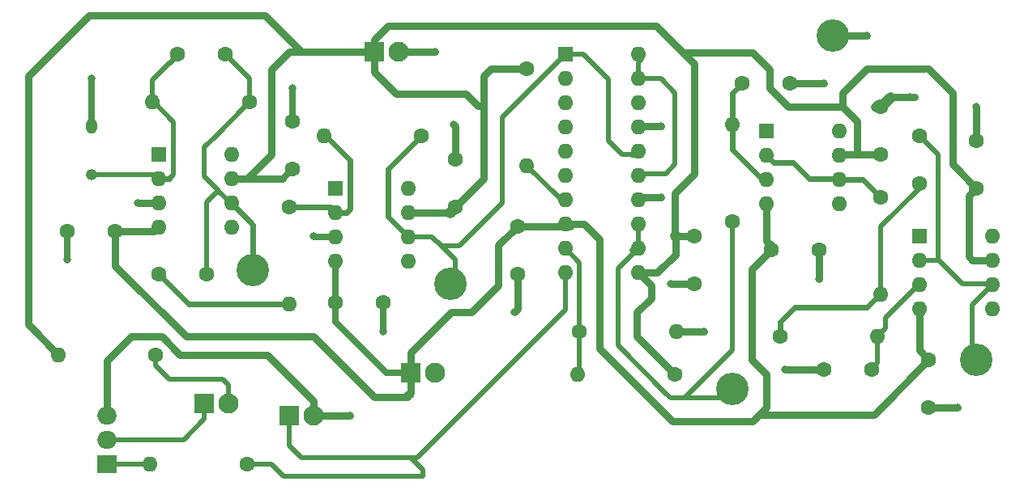
<source format=gtl>
G04 #@! TF.GenerationSoftware,KiCad,Pcbnew,5.1.4-e60b266~84~ubuntu18.04.1*
G04 #@! TF.CreationDate,2019-10-24T10:42:12-04:00*
G04 #@! TF.ProjectId,finalForLayout,66696e61-6c46-46f7-924c-61796f75742e,rev?*
G04 #@! TF.SameCoordinates,Original*
G04 #@! TF.FileFunction,Copper,L1,Top*
G04 #@! TF.FilePolarity,Positive*
%FSLAX46Y46*%
G04 Gerber Fmt 4.6, Leading zero omitted, Abs format (unit mm)*
G04 Created by KiCad (PCBNEW 5.1.4-e60b266~84~ubuntu18.04.1) date 2019-10-24 10:42:12*
%MOMM*%
%LPD*%
G04 APERTURE LIST*
%ADD10R,1.600000X1.600000*%
%ADD11O,1.600000X1.600000*%
%ADD12C,1.600000*%
%ADD13C,3.400000*%
%ADD14O,1.200000X1.600000*%
%ADD15O,1.200000X1.200000*%
%ADD16R,2.000000X1.905000*%
%ADD17O,2.000000X1.905000*%
%ADD18R,2.100000X2.100000*%
%ADD19C,2.100000*%
%ADD20C,0.800000*%
%ADD21C,0.600000*%
%ADD22C,1.100000*%
%ADD23C,0.700000*%
%ADD24C,0.800000*%
%ADD25C,0.500000*%
G04 APERTURE END LIST*
D10*
X128000000Y-74000000D03*
D11*
X135620000Y-81620000D03*
X128000000Y-76540000D03*
X135620000Y-79080000D03*
X128000000Y-79080000D03*
X135620000Y-76540000D03*
X128000000Y-81620000D03*
X135620000Y-74000000D03*
D12*
X123190000Y-76000000D03*
D11*
X123190000Y-86160000D03*
D12*
X137000000Y-68500000D03*
D11*
X126840000Y-68500000D03*
D12*
X163500000Y-93500000D03*
D11*
X153340000Y-93500000D03*
X163660000Y-89000000D03*
D12*
X153500000Y-89000000D03*
D11*
X148000000Y-71660000D03*
D12*
X148000000Y-61500000D03*
X169500000Y-77500000D03*
D11*
X169500000Y-67340000D03*
X185000000Y-85160000D03*
D12*
X185000000Y-75000000D03*
X174500000Y-89500000D03*
D11*
X184660000Y-89500000D03*
D13*
X195000000Y-92000000D03*
X140000000Y-84000000D03*
X169500000Y-95000000D03*
D10*
X152000000Y-60000000D03*
D11*
X159620000Y-82860000D03*
X152000000Y-62540000D03*
X159620000Y-80320000D03*
X152000000Y-65080000D03*
X159620000Y-77780000D03*
X152000000Y-67620000D03*
X159620000Y-75240000D03*
X152000000Y-70160000D03*
X159620000Y-72700000D03*
X152000000Y-72700000D03*
X159620000Y-70160000D03*
X152000000Y-75240000D03*
X159620000Y-67620000D03*
X152000000Y-77780000D03*
X159620000Y-65080000D03*
X152000000Y-80320000D03*
X159620000Y-62540000D03*
X152000000Y-82860000D03*
X159620000Y-60000000D03*
X180620000Y-68000000D03*
X173000000Y-75620000D03*
X180620000Y-70540000D03*
X173000000Y-73080000D03*
X180620000Y-73080000D03*
X173000000Y-70540000D03*
X180620000Y-75620000D03*
D10*
X173000000Y-68000000D03*
D11*
X196620000Y-79000000D03*
X189000000Y-86620000D03*
X196620000Y-81540000D03*
X189000000Y-84080000D03*
X196620000Y-84080000D03*
X189000000Y-81540000D03*
X196620000Y-86620000D03*
D10*
X189000000Y-79000000D03*
D13*
X180000000Y-58000000D03*
D12*
X114500000Y-83000000D03*
X109500000Y-83000000D03*
X175500000Y-63000000D03*
X170500000Y-63000000D03*
X179000000Y-93000000D03*
X184000000Y-93000000D03*
X189000000Y-68500000D03*
X189000000Y-73500000D03*
X133000000Y-86000000D03*
X128000000Y-86000000D03*
X140500000Y-76000000D03*
X140500000Y-71000000D03*
X147000000Y-78000000D03*
X147000000Y-83000000D03*
X165500000Y-84000000D03*
X165500000Y-79000000D03*
X185000000Y-70500000D03*
X185000000Y-65500000D03*
X178500000Y-80500000D03*
X173500000Y-80500000D03*
X195000000Y-74000000D03*
X195000000Y-69000000D03*
X190000000Y-92000000D03*
X190000000Y-97000000D03*
X111500000Y-60000000D03*
X116500000Y-60000000D03*
X123500000Y-72000000D03*
X123500000Y-67000000D03*
X100000000Y-78500000D03*
X105000000Y-78500000D03*
D14*
X102500000Y-67500000D03*
D15*
X102500000Y-72580000D03*
D12*
X119000000Y-65000000D03*
D11*
X108840000Y-65000000D03*
D10*
X109500000Y-70500000D03*
D11*
X117120000Y-78120000D03*
X109500000Y-73040000D03*
X117120000Y-75580000D03*
X109500000Y-75580000D03*
X117120000Y-73040000D03*
X109500000Y-78120000D03*
X117120000Y-70500000D03*
D13*
X119380000Y-82550000D03*
D16*
X104140000Y-102870000D03*
D17*
X104140000Y-100330000D03*
X104140000Y-97790000D03*
D12*
X118745000Y-102870000D03*
D11*
X108585000Y-102870000D03*
X99060000Y-91440000D03*
D12*
X109220000Y-91440000D03*
D18*
X132080000Y-59690000D03*
D19*
X134620000Y-59690000D03*
X138430000Y-93345000D03*
D18*
X135890000Y-93345000D03*
D19*
X116840000Y-96520000D03*
D18*
X114300000Y-96520000D03*
X123190000Y-97790000D03*
D19*
X125730000Y-97790000D03*
D20*
X100000000Y-81500000D03*
X129540000Y-97790000D03*
X138430000Y-59690000D03*
X102500000Y-62500000D03*
X123500000Y-63500000D03*
X195000000Y-65500000D03*
X162000000Y-67500000D03*
X133000000Y-89000000D03*
X125730000Y-79000000D03*
X107315000Y-75565000D03*
X163000000Y-84000000D03*
X166500000Y-89000000D03*
X162000000Y-75000000D03*
X178500000Y-83500000D03*
X175000000Y-93000000D03*
X193000000Y-97000000D03*
X183500000Y-58000000D03*
X179000000Y-63000000D03*
X188000000Y-64500000D03*
X146685000Y-86995000D03*
X140335000Y-67310000D03*
D21*
X109500000Y-83000000D02*
X112660000Y-86160000D01*
X123190000Y-86160000D02*
X122120000Y-86160000D01*
X112660000Y-86160000D02*
X122120000Y-86160000D01*
X122120000Y-86160000D02*
X122500000Y-86160000D01*
D22*
X128000000Y-82000000D02*
X128000000Y-81500000D01*
D23*
X128000000Y-81620000D02*
X128000000Y-86000000D01*
X109000000Y-78500000D02*
X109500000Y-78000000D01*
D24*
X147000000Y-78000000D02*
X152500000Y-78000000D01*
X145000000Y-80000000D02*
X147000000Y-78000000D01*
X173000000Y-75620000D02*
X173000000Y-79500000D01*
X173000000Y-79500000D02*
X173500000Y-80000000D01*
X173000000Y-97000000D02*
X173000000Y-93500000D01*
X173000000Y-93500000D02*
X171500000Y-92000000D01*
X171500000Y-92000000D02*
X171500000Y-82500000D01*
X171500000Y-82500000D02*
X173500000Y-80500000D01*
X172250000Y-97750000D02*
X184250000Y-97750000D01*
X172250000Y-97750000D02*
X173000000Y-97000000D01*
X184250000Y-97750000D02*
X190000000Y-92000000D01*
X189000000Y-86620000D02*
X189000000Y-91000000D01*
X189000000Y-91000000D02*
X190000000Y-92000000D01*
X107500000Y-78500000D02*
X109000000Y-78500000D01*
X105000000Y-78500000D02*
X107500000Y-78500000D01*
D23*
X128000000Y-86000000D02*
X128000000Y-88000000D01*
D24*
X135890000Y-91195000D02*
X140090000Y-86995000D01*
X135890000Y-93345000D02*
X135890000Y-91195000D01*
X145000000Y-84194000D02*
X145000000Y-80000000D01*
X142199000Y-86995000D02*
X145000000Y-84194000D01*
X140090000Y-86995000D02*
X142199000Y-86995000D01*
D23*
X133345000Y-93345000D02*
X135890000Y-93345000D01*
X128585000Y-88585000D02*
X133345000Y-93345000D01*
X128000000Y-88000000D02*
X128585000Y-88585000D01*
D24*
X105000000Y-78500000D02*
X105000000Y-82140000D01*
X105000000Y-82140000D02*
X112395000Y-89535000D01*
X132080000Y-95885000D02*
X135500000Y-95885000D01*
X112395000Y-89535000D02*
X125730000Y-89535000D01*
X125730000Y-89535000D02*
X132080000Y-95885000D01*
D23*
X135500000Y-95885000D02*
X135500000Y-95640000D01*
D24*
X135890000Y-95495000D02*
X135890000Y-93345000D01*
X135745000Y-95640000D02*
X135890000Y-95495000D01*
D23*
X135500000Y-95640000D02*
X135745000Y-95640000D01*
D24*
X155575000Y-90805000D02*
X155575000Y-79375000D01*
X163195000Y-98425000D02*
X155575000Y-90805000D01*
X155575000Y-79375000D02*
X153980000Y-77780000D01*
X172250000Y-97750000D02*
X171575000Y-98425000D01*
X153980000Y-77780000D02*
X152000000Y-77780000D01*
X171575000Y-98425000D02*
X163195000Y-98425000D01*
D22*
X184500000Y-65483562D02*
X184508219Y-65491781D01*
D24*
X178500000Y-80500000D02*
X178500000Y-83500000D01*
D23*
X102500000Y-67500000D02*
X102500000Y-62500000D01*
D24*
X183500000Y-58000000D02*
X180000000Y-58000000D01*
D23*
X123500000Y-67000000D02*
X123500000Y-63500000D01*
X133000000Y-86000000D02*
X133000000Y-89000000D01*
D24*
X162000000Y-67500000D02*
X159500000Y-67500000D01*
X175500000Y-63000000D02*
X179000000Y-63000000D01*
X162000000Y-75000000D02*
X159500000Y-75000000D01*
D22*
X185000000Y-65500000D02*
X186000000Y-64500000D01*
D24*
X186000000Y-64500000D02*
X188500000Y-64500000D01*
X190000000Y-97000000D02*
X193000000Y-97000000D01*
X195000000Y-69000000D02*
X195000000Y-65500000D01*
X163660000Y-89000000D02*
X166500000Y-89000000D01*
X134620000Y-59690000D02*
X138430000Y-59690000D01*
D23*
X100000000Y-78500000D02*
X100000000Y-81500000D01*
D22*
X109485000Y-75565000D02*
X109500000Y-75580000D01*
D24*
X107315000Y-75565000D02*
X109485000Y-75565000D01*
X175000000Y-93000000D02*
X179000000Y-93000000D01*
X165500000Y-84000000D02*
X163000000Y-84000000D01*
D23*
X125810000Y-79080000D02*
X125730000Y-79000000D01*
X128000000Y-79080000D02*
X125810000Y-79080000D01*
D24*
X125730000Y-96305076D02*
X125730000Y-97790000D01*
X104140000Y-97790000D02*
X104140000Y-92075000D01*
X120864924Y-91440000D02*
X125730000Y-96305076D01*
X104140000Y-92075000D02*
X106680000Y-89535000D01*
X109855000Y-89535000D02*
X111760000Y-91440000D01*
X106680000Y-89535000D02*
X109855000Y-89535000D01*
X111760000Y-91440000D02*
X120864924Y-91440000D01*
X125730000Y-97790000D02*
X129540000Y-97790000D01*
X147000000Y-86680000D02*
X146685000Y-86995000D01*
X147000000Y-83000000D02*
X147000000Y-86680000D01*
X140500000Y-67475000D02*
X140335000Y-67310000D01*
X140500000Y-71000000D02*
X140500000Y-67475000D01*
D21*
X169500000Y-67340000D02*
X169500000Y-70000000D01*
X169500000Y-70000000D02*
X172500000Y-73000000D01*
X169500000Y-67340000D02*
X169500000Y-64000000D01*
X169500000Y-64000000D02*
X170500000Y-63000000D01*
D24*
X135620000Y-76540000D02*
X139960000Y-76540000D01*
D22*
X139960000Y-76540000D02*
X140500000Y-76000000D01*
D24*
X163500000Y-78980000D02*
X163500000Y-74500000D01*
X163500000Y-74500000D02*
X165500000Y-72500000D01*
X165500000Y-72500000D02*
X165500000Y-61000000D01*
D22*
X163520000Y-79000000D02*
X163500000Y-78980000D01*
D24*
X165500000Y-79000000D02*
X163520000Y-79000000D01*
X159500000Y-89500000D02*
X159500000Y-87000000D01*
X163500000Y-93500000D02*
X159500000Y-89500000D01*
X159500000Y-87000000D02*
X160990000Y-85510000D01*
X184500000Y-70500000D02*
X182500000Y-70500000D01*
X182500000Y-70500000D02*
X180500000Y-70500000D01*
X182500000Y-67000000D02*
X182500000Y-70500000D01*
X181000000Y-65500000D02*
X182500000Y-67000000D01*
X175294002Y-65500000D02*
X181000000Y-65500000D01*
X181000000Y-65500000D02*
X181000000Y-64000000D01*
X181000000Y-64000000D02*
X183500000Y-61500000D01*
X183500000Y-61500000D02*
X189500000Y-61500000D01*
D23*
X189500000Y-61500000D02*
X190000000Y-61500000D01*
D24*
X192500000Y-64000000D02*
X192500000Y-71500000D01*
X192500000Y-71500000D02*
X195000000Y-74000000D01*
X191500000Y-63000000D02*
X192500000Y-64000000D01*
X190000000Y-61500000D02*
X191500000Y-63000000D01*
D23*
X122500000Y-73000000D02*
X123500000Y-72000000D01*
D22*
X132080000Y-59690000D02*
X132080000Y-59565998D01*
D24*
X99060000Y-91440000D02*
X95885000Y-88265000D01*
X95885000Y-88265000D02*
X95885000Y-62230000D01*
X95885000Y-62230000D02*
X102235000Y-55880000D01*
X120650000Y-55880000D02*
X124460000Y-59690000D01*
X102235000Y-55880000D02*
X120650000Y-55880000D01*
X124460000Y-59690000D02*
X132080000Y-59690000D01*
X140500000Y-76000000D02*
X143510000Y-72990000D01*
X164327500Y-59827500D02*
X171587500Y-59827500D01*
X164327500Y-59827500D02*
X165500000Y-61000000D01*
X171587500Y-59827500D02*
X173355000Y-61595000D01*
X173355000Y-63560998D02*
X175294002Y-65500000D01*
X173355000Y-61595000D02*
X173355000Y-63560998D01*
X194200001Y-74799999D02*
X195000000Y-74000000D01*
X194200001Y-81170001D02*
X194200001Y-74799999D01*
X194570000Y-81540000D02*
X194200001Y-81170001D01*
X196620000Y-81540000D02*
X194570000Y-81540000D01*
X161500000Y-57000000D02*
X164327500Y-59827500D01*
X133500000Y-57000000D02*
X161500000Y-57000000D01*
X132080000Y-59690000D02*
X132080000Y-58420000D01*
X132080000Y-58420000D02*
X133500000Y-57000000D01*
X132080000Y-61840000D02*
X134375000Y-64135000D01*
X132080000Y-59690000D02*
X132080000Y-61840000D01*
X134375000Y-64135000D02*
X141605000Y-64135000D01*
X141605000Y-64135000D02*
X142875000Y-65405000D01*
X142875000Y-65405000D02*
X143510000Y-65405000D01*
X143510000Y-72990000D02*
X143510000Y-65405000D01*
X144240000Y-61500000D02*
X148000000Y-61500000D01*
X143510000Y-65405000D02*
X143510000Y-62230000D01*
X143510000Y-62230000D02*
X144240000Y-61500000D01*
X163520000Y-79000000D02*
X163520000Y-80955000D01*
X161615000Y-82860000D02*
X159620000Y-82860000D01*
X163520000Y-80955000D02*
X161615000Y-82860000D01*
X160990000Y-84230000D02*
X159620000Y-82860000D01*
X160990000Y-85510000D02*
X160990000Y-84230000D01*
X121285000Y-70485000D02*
X118730000Y-73040000D01*
X121285000Y-61595000D02*
X121285000Y-70485000D01*
X118730000Y-73040000D02*
X117120000Y-73040000D01*
X124460000Y-59690000D02*
X123190000Y-59690000D01*
X123190000Y-59690000D02*
X121285000Y-61595000D01*
X122500000Y-73000000D02*
X119405000Y-73000000D01*
X119365000Y-73040000D02*
X118730000Y-73040000D01*
X119405000Y-73000000D02*
X119365000Y-73040000D01*
D25*
X184660000Y-92340000D02*
X184000000Y-93000000D01*
X184660000Y-89500000D02*
X184660000Y-92340000D01*
X185459999Y-88700001D02*
X185459999Y-87540001D01*
X184660000Y-89500000D02*
X185459999Y-88700001D01*
X185459999Y-87540001D02*
X189000000Y-84000000D01*
X189000000Y-81540000D02*
X191040000Y-81540000D01*
X191040000Y-81540000D02*
X193500000Y-84000000D01*
X193500000Y-84000000D02*
X196500000Y-84000000D01*
X189000000Y-68500000D02*
X191000000Y-70500000D01*
D21*
X191000000Y-81500000D02*
X191040000Y-81540000D01*
D25*
X191000000Y-70500000D02*
X191000000Y-81500000D01*
X194500000Y-86200000D02*
X196620000Y-84080000D01*
X194500000Y-91000000D02*
X194500000Y-86200000D01*
D21*
X174500000Y-89500000D02*
X174500000Y-88000000D01*
X174500000Y-88000000D02*
X176000000Y-86500000D01*
X176000000Y-86500000D02*
X183500000Y-86500000D01*
X183500000Y-86500000D02*
X185000000Y-85000000D01*
D25*
X185000000Y-85160000D02*
X185000000Y-79000000D01*
X185000000Y-79000000D02*
X185000000Y-78000000D01*
X185000000Y-78000000D02*
X189000000Y-74000000D01*
X153500000Y-89000000D02*
X153500000Y-93500000D01*
X152000000Y-80320000D02*
X153500000Y-81820000D01*
X153500000Y-81820000D02*
X153500000Y-89000000D01*
X148000000Y-71660000D02*
X151340000Y-75000000D01*
D21*
X151340000Y-75000000D02*
X152000000Y-75000000D01*
D25*
X159620000Y-79880000D02*
X159620000Y-77780000D01*
D21*
X159000000Y-80500000D02*
X159620000Y-79880000D01*
D25*
X159620000Y-80320000D02*
X157500000Y-82440000D01*
X157500000Y-82440000D02*
X157500000Y-90500000D01*
X157500000Y-90500000D02*
X162500000Y-95500000D01*
X162500000Y-95500000D02*
X163000000Y-96000000D01*
X164500000Y-96000000D02*
X169500000Y-91000000D01*
X164500000Y-96000000D02*
X168500000Y-96000000D01*
X163000000Y-96000000D02*
X164500000Y-96000000D01*
X169500000Y-91000000D02*
X169500000Y-78000000D01*
D21*
X169500000Y-78000000D02*
X169500000Y-77500000D01*
X173799999Y-71339999D02*
X175839999Y-71339999D01*
X173000000Y-70540000D02*
X173799999Y-71339999D01*
X175839999Y-71339999D02*
X177500000Y-73000000D01*
X177500000Y-73000000D02*
X181000000Y-73000000D01*
X180620000Y-73080000D02*
X183080000Y-73080000D01*
X183080000Y-73080000D02*
X185000000Y-75000000D01*
X109500000Y-73040000D02*
X110631370Y-73040000D01*
D25*
X110631370Y-73040000D02*
X111050001Y-72621369D01*
D21*
X108550001Y-65050001D02*
X108500000Y-65000000D01*
D25*
X108840000Y-62660000D02*
X110700001Y-60799999D01*
X108840000Y-65000000D02*
X108840000Y-62660000D01*
D21*
X110700001Y-60799999D02*
X110875999Y-60624001D01*
D25*
X110875999Y-60624001D02*
X111500000Y-60000000D01*
X111050001Y-72621369D02*
X111050001Y-67050001D01*
X111050001Y-67050001D02*
X109000000Y-65000000D01*
X102500000Y-72580000D02*
X109080000Y-72580000D01*
D21*
X109080000Y-72580000D02*
X109500000Y-73000000D01*
D25*
X116500000Y-60000000D02*
X119000000Y-62500000D01*
X119000000Y-62500000D02*
X119000000Y-65000000D01*
X115500000Y-68500000D02*
X118500000Y-65500000D01*
X114500000Y-75500000D02*
X115750000Y-74250000D01*
X114500000Y-83000000D02*
X114500000Y-75500000D01*
D21*
X115500000Y-74000000D02*
X115750000Y-74250000D01*
D25*
X115750000Y-74250000D02*
X117000000Y-75500000D01*
D21*
X119380000Y-77840000D02*
X119380000Y-82550000D01*
X117120000Y-75580000D02*
X119380000Y-77840000D01*
D25*
X114300000Y-69700000D02*
X115500000Y-68500000D01*
X114300000Y-72800000D02*
X114300000Y-69700000D01*
X115500000Y-74000000D02*
X114300000Y-72800000D01*
D21*
X129550001Y-76121369D02*
X129550001Y-71050001D01*
X128000000Y-76540000D02*
X129131370Y-76540000D01*
X129131370Y-76540000D02*
X129550001Y-76121369D01*
X129550001Y-71050001D02*
X127000000Y-68500000D01*
X127460000Y-76000000D02*
X128000000Y-76540000D01*
X123190000Y-76000000D02*
X127460000Y-76000000D01*
D25*
X114300000Y-98170000D02*
X114300000Y-96520000D01*
X112140000Y-100330000D02*
X114300000Y-98170000D01*
X104140000Y-100330000D02*
X112140000Y-100330000D01*
X109220000Y-92571370D02*
X109220000Y-91440000D01*
X110628630Y-93980000D02*
X109220000Y-92571370D01*
X116205000Y-93980000D02*
X110628630Y-93980000D01*
X116840000Y-96520000D02*
X116840000Y-94615000D01*
X116840000Y-94615000D02*
X116205000Y-93980000D01*
X108585000Y-102870000D02*
X104140000Y-102870000D01*
X123190000Y-97790000D02*
X123190000Y-99440000D01*
X123190000Y-99440000D02*
X123190000Y-100965000D01*
X123190000Y-100965000D02*
X124460000Y-102235000D01*
X124460000Y-102235000D02*
X125730000Y-102235000D01*
X152000000Y-86760000D02*
X152000000Y-82860000D01*
X136525000Y-102235000D02*
X138112500Y-100647500D01*
X138112500Y-100647500D02*
X152000000Y-86760000D01*
X118745000Y-102870000D02*
X121285000Y-102870000D01*
X121285000Y-102870000D02*
X122555000Y-104140000D01*
X122555000Y-104140000D02*
X137160000Y-104140000D01*
X137160000Y-103505000D02*
X135890000Y-102235000D01*
X137160000Y-104140000D02*
X137160000Y-103505000D01*
X135890000Y-102235000D02*
X136525000Y-102235000D01*
X124460000Y-102235000D02*
X127635000Y-102235000D01*
X125985000Y-102235000D02*
X127635000Y-102235000D01*
X127635000Y-102235000D02*
X135890000Y-102235000D01*
X153900000Y-60000000D02*
X156500000Y-62600000D01*
X152000000Y-60000000D02*
X153900000Y-60000000D01*
X156500000Y-62600000D02*
X156500000Y-69000000D01*
X156500000Y-69000000D02*
X158000000Y-70500000D01*
X158000000Y-70500000D02*
X159000000Y-70500000D01*
D21*
X159000000Y-70500000D02*
X159500000Y-70000000D01*
X133500000Y-72000000D02*
X136200001Y-69299999D01*
X135620000Y-79080000D02*
X133500000Y-76960000D01*
X133500000Y-76960000D02*
X133500000Y-72000000D01*
X136200001Y-69299999D02*
X137000000Y-68500000D01*
D25*
X135620000Y-79080000D02*
X137580000Y-79080000D01*
X137580000Y-79080000D02*
X138080000Y-79080000D01*
X140500000Y-81500000D02*
X140500000Y-83000000D01*
D21*
X140500000Y-83000000D02*
X140500000Y-83500000D01*
D25*
X138080000Y-79080000D02*
X138500000Y-79500000D01*
X146699999Y-65300001D02*
X151500000Y-60500000D01*
X138500000Y-79500000D02*
X138720000Y-79720000D01*
X139037500Y-80037500D02*
X140942500Y-80037500D01*
X139037500Y-80037500D02*
X140500000Y-81500000D01*
D21*
X138720000Y-79720000D02*
X139037500Y-80037500D01*
D25*
X140942500Y-80037500D02*
X145415000Y-75565000D01*
X145415000Y-66585000D02*
X146699999Y-65300001D01*
X145415000Y-75565000D02*
X145415000Y-66585000D01*
X159620000Y-62540000D02*
X159620000Y-60880000D01*
X159620000Y-60880000D02*
X160000000Y-60500000D01*
X159620000Y-62540000D02*
X162040000Y-62540000D01*
X162040000Y-62540000D02*
X163500000Y-64000000D01*
X163500000Y-64000000D02*
X163500000Y-71500000D01*
X163500000Y-71500000D02*
X162500000Y-72500000D01*
X162500000Y-72500000D02*
X160000000Y-72500000D01*
M02*

</source>
